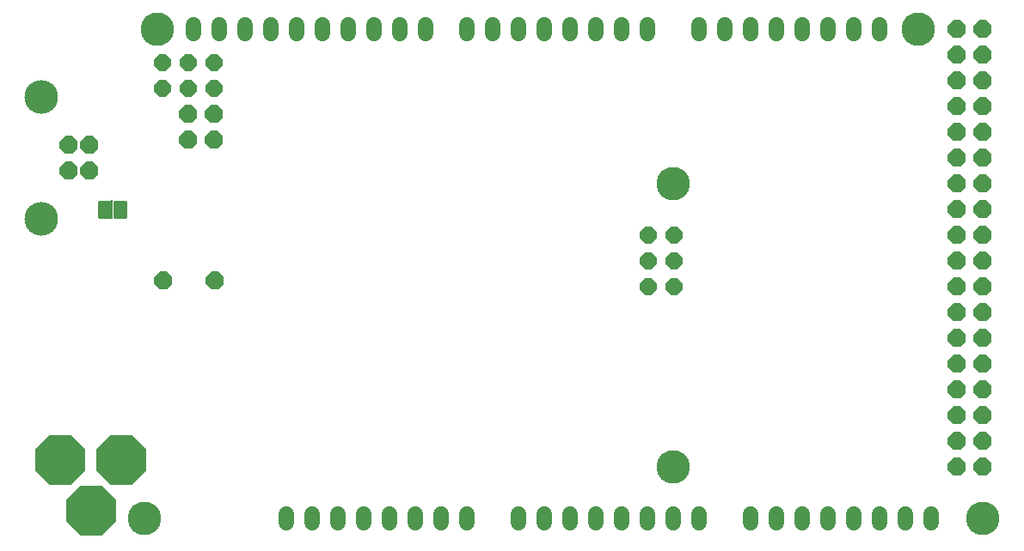
<source format=gbr>
G04 EAGLE Gerber RS-274X export*
G75*
%MOMM*%
%FSLAX34Y34*%
%LPD*%
%INSoldermask Bottom*%
%IPPOS*%
%AMOC8*
5,1,8,0,0,1.08239X$1,22.5*%
G01*
%ADD10C,3.301600*%
%ADD11P,1.787675X8X292.500000*%
%ADD12C,1.524000*%
%ADD13P,5.333585X8X112.500000*%
%ADD14C,2.201600*%
%ADD15P,1.924489X8X292.500000*%
%ADD16C,3.317600*%
%ADD17P,1.787675X8X202.500000*%
%ADD18C,0.215900*%
%ADD19R,0.152400X1.828800*%
%ADD20P,1.924489X8X112.500000*%


D10*
X965200Y25400D03*
X152400Y508000D03*
X901700Y508000D03*
X139700Y25400D03*
X660400Y355600D03*
X660400Y76200D03*
D11*
X636270Y304800D03*
X661670Y304800D03*
X636270Y279400D03*
X661670Y279400D03*
X636270Y254000D03*
X661670Y254000D03*
D12*
X635000Y503733D02*
X635000Y512267D01*
X609600Y512267D02*
X609600Y503733D01*
X584200Y503733D02*
X584200Y512267D01*
X558800Y512267D02*
X558800Y503733D01*
X533400Y503733D02*
X533400Y512267D01*
X508000Y512267D02*
X508000Y503733D01*
X482600Y503733D02*
X482600Y512267D01*
X457200Y512267D02*
X457200Y503733D01*
D13*
X86868Y33020D03*
X116840Y83058D03*
X56896Y83058D03*
D14*
X94488Y33020D03*
X79248Y33020D03*
X56896Y75438D03*
X56896Y90678D03*
X116840Y75438D03*
X116840Y90678D03*
D12*
X508000Y29667D02*
X508000Y21133D01*
X533400Y21133D02*
X533400Y29667D01*
X558800Y29667D02*
X558800Y21133D01*
X584200Y21133D02*
X584200Y29667D01*
X609600Y29667D02*
X609600Y21133D01*
X635000Y21133D02*
X635000Y29667D01*
X660400Y29667D02*
X660400Y21133D01*
X685800Y21133D02*
X685800Y29667D01*
X863600Y503733D02*
X863600Y512267D01*
X838200Y512267D02*
X838200Y503733D01*
X812800Y503733D02*
X812800Y512267D01*
X787400Y512267D02*
X787400Y503733D01*
X762000Y503733D02*
X762000Y512267D01*
X736600Y512267D02*
X736600Y503733D01*
X711200Y503733D02*
X711200Y512267D01*
X685800Y512267D02*
X685800Y503733D01*
X736600Y29667D02*
X736600Y21133D01*
X762000Y21133D02*
X762000Y29667D01*
X787400Y29667D02*
X787400Y21133D01*
X812800Y21133D02*
X812800Y29667D01*
X838200Y29667D02*
X838200Y21133D01*
X863600Y21133D02*
X863600Y29667D01*
X889000Y29667D02*
X889000Y21133D01*
X914400Y21133D02*
X914400Y29667D01*
D15*
X85200Y368500D03*
X85200Y393500D03*
X65200Y393500D03*
X65200Y368500D03*
D16*
X38100Y441000D03*
X38100Y321000D03*
D17*
X208280Y474980D03*
X208280Y449580D03*
X182880Y474980D03*
X182880Y449580D03*
X157480Y474980D03*
X157480Y449580D03*
D18*
X105601Y322770D02*
X95059Y322770D01*
X95059Y337630D01*
X105601Y337630D01*
X105601Y322770D01*
X105601Y324821D02*
X95059Y324821D01*
X95059Y326872D02*
X105601Y326872D01*
X105601Y328923D02*
X95059Y328923D01*
X95059Y330974D02*
X105601Y330974D01*
X105601Y333025D02*
X95059Y333025D01*
X95059Y335076D02*
X105601Y335076D01*
X105601Y337127D02*
X95059Y337127D01*
X110299Y322770D02*
X120841Y322770D01*
X110299Y322770D02*
X110299Y337630D01*
X120841Y337630D01*
X120841Y322770D01*
X120841Y324821D02*
X110299Y324821D01*
X110299Y326872D02*
X120841Y326872D01*
X120841Y328923D02*
X110299Y328923D01*
X110299Y330974D02*
X120841Y330974D01*
X120841Y333025D02*
X110299Y333025D01*
X110299Y335076D02*
X120841Y335076D01*
X120841Y337127D02*
X110299Y337127D01*
D19*
X107950Y330200D03*
D15*
X209550Y260350D03*
X158750Y260350D03*
D20*
X208280Y398780D03*
X182880Y398780D03*
X208280Y424180D03*
X182880Y424180D03*
D15*
X939800Y508000D03*
X965200Y508000D03*
X939800Y482600D03*
X965200Y482600D03*
X939800Y457200D03*
X965200Y457200D03*
X939800Y431800D03*
X965200Y431800D03*
X939800Y406400D03*
X965200Y406400D03*
X939800Y381000D03*
X965200Y381000D03*
X939800Y355600D03*
X965200Y355600D03*
X939800Y330200D03*
X965200Y330200D03*
X939800Y304800D03*
X965200Y304800D03*
X939800Y279400D03*
X965200Y279400D03*
X939800Y254000D03*
X965200Y254000D03*
X939800Y228600D03*
X965200Y228600D03*
X939800Y203200D03*
X965200Y203200D03*
X939800Y177800D03*
X965200Y177800D03*
X939800Y152400D03*
X965200Y152400D03*
X939800Y127000D03*
X965200Y127000D03*
X939800Y101600D03*
X965200Y101600D03*
X939800Y76200D03*
X965200Y76200D03*
D12*
X187960Y503733D02*
X187960Y512267D01*
X213360Y512267D02*
X213360Y503733D01*
X238760Y503733D02*
X238760Y512267D01*
X264160Y512267D02*
X264160Y503733D01*
X289560Y503733D02*
X289560Y512267D01*
X314960Y512267D02*
X314960Y503733D01*
X340360Y503733D02*
X340360Y512267D01*
X365760Y512267D02*
X365760Y503733D01*
X391160Y503733D02*
X391160Y512267D01*
X416560Y512267D02*
X416560Y503733D01*
X279400Y29667D02*
X279400Y21133D01*
X304800Y21133D02*
X304800Y29667D01*
X330200Y29667D02*
X330200Y21133D01*
X355600Y21133D02*
X355600Y29667D01*
X381000Y29667D02*
X381000Y21133D01*
X406400Y21133D02*
X406400Y29667D01*
X431800Y29667D02*
X431800Y21133D01*
X457200Y21133D02*
X457200Y29667D01*
M02*

</source>
